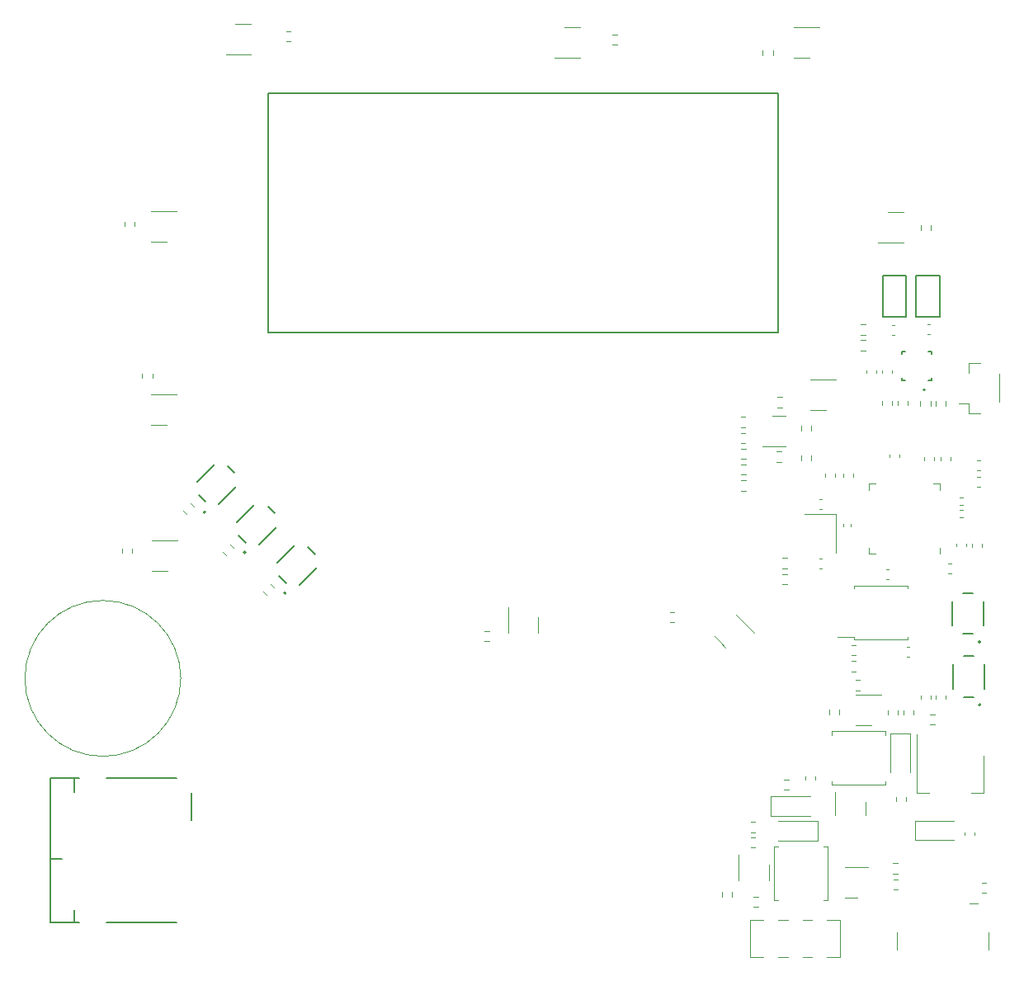
<source format=gbo>
%TF.GenerationSoftware,KiCad,Pcbnew,7.0.7*%
%TF.CreationDate,2023-10-15T16:54:31+01:00*%
%TF.ProjectId,mod-player,6d6f642d-706c-4617-9965-722e6b696361,rev?*%
%TF.SameCoordinates,Original*%
%TF.FileFunction,Legend,Bot*%
%TF.FilePolarity,Positive*%
%FSLAX46Y46*%
G04 Gerber Fmt 4.6, Leading zero omitted, Abs format (unit mm)*
G04 Created by KiCad (PCBNEW 7.0.7) date 2023-10-15 16:54:31*
%MOMM*%
%LPD*%
G01*
G04 APERTURE LIST*
%ADD10C,0.127000*%
%ADD11C,0.120000*%
%ADD12C,0.100000*%
%ADD13C,0.150000*%
%ADD14C,0.200000*%
G04 APERTURE END LIST*
D10*
%TO.C,SW4*%
X367304918Y-96962730D02*
G75*
G03*
X367304918Y-96962730I-50000J0D01*
G01*
X367331366Y-96998085D02*
G75*
G03*
X367331366Y-96998085I-111803J0D01*
G01*
X370295478Y-93002932D02*
X369588371Y-92295825D01*
X368704487Y-96149557D02*
X370472254Y-94381790D01*
X366441746Y-93886816D02*
X368209513Y-92119049D01*
X367325629Y-95972781D02*
X366618522Y-95265674D01*
D11*
%TO.C,U13*%
X354366800Y-94725000D02*
X355166800Y-94725000D01*
X354366800Y-94725000D02*
X353566800Y-94725000D01*
X354366800Y-91605000D02*
X356166800Y-91605000D01*
X354366800Y-91605000D02*
X353566800Y-91605000D01*
D12*
%TO.C,RV1*%
X356540600Y-105763800D02*
G75*
G03*
X356540600Y-105763800I-8000000J0D01*
G01*
D11*
%TO.C,U7*%
X426597800Y-110598600D02*
X427397800Y-110598600D01*
X426597800Y-110598600D02*
X425797800Y-110598600D01*
X426597800Y-107478600D02*
X428397800Y-107478600D01*
X426597800Y-107478600D02*
X425797800Y-107478600D01*
%TO.C,R47*%
X414460458Y-81636300D02*
X413985942Y-81636300D01*
X414460458Y-80591300D02*
X413985942Y-80591300D01*
%TO.C,C14*%
X431321380Y-103511400D02*
X431040220Y-103511400D01*
X431321380Y-102491400D02*
X431040220Y-102491400D01*
%TO.C,R24*%
X418422142Y-116118900D02*
X418896658Y-116118900D01*
X418422142Y-117163900D02*
X418896658Y-117163900D01*
%TO.C,Q3*%
X417917000Y-78807800D02*
X417267000Y-78807800D01*
X417917000Y-78807800D02*
X418567000Y-78807800D01*
X417917000Y-81927800D02*
X416242000Y-81927800D01*
X417917000Y-81927800D02*
X418567000Y-81927800D01*
%TO.C,C17*%
X435042600Y-107553420D02*
X435042600Y-107834580D01*
X434022600Y-107553420D02*
X434022600Y-107834580D01*
%TO.C,R21*%
X428474300Y-77741458D02*
X428474300Y-77266942D01*
X429519300Y-77741458D02*
X429519300Y-77266942D01*
%TO.C,C6*%
X432832400Y-83355180D02*
X432832400Y-83074020D01*
X433852400Y-83355180D02*
X433852400Y-83074020D01*
%TO.C,R13*%
X418765058Y-96095700D02*
X418290542Y-96095700D01*
X418765058Y-95050700D02*
X418290542Y-95050700D01*
%TO.C,R28*%
X424118300Y-108976342D02*
X424118300Y-109450858D01*
X423073300Y-108976342D02*
X423073300Y-109450858D01*
%TO.C,R30*%
X430121900Y-109014542D02*
X430121900Y-109489058D01*
X429076900Y-109014542D02*
X429076900Y-109489058D01*
D13*
%TO.C,J2*%
X348874055Y-116015832D02*
X356124055Y-116015832D01*
X345645910Y-116015832D02*
X346124055Y-116015832D01*
X343145910Y-116015832D02*
X345645910Y-116015832D01*
X345645910Y-117415832D02*
X345645910Y-116015832D01*
X357624055Y-117515832D02*
X357624055Y-120265832D01*
X343145910Y-118815832D02*
X343145910Y-116015832D01*
X344345910Y-124250800D02*
X343145910Y-124250800D01*
X343145910Y-124250800D02*
X343145910Y-118750800D01*
X345645910Y-129500800D02*
X345645910Y-130765832D01*
X343145910Y-129750800D02*
X343145910Y-124250800D01*
X348874055Y-130765832D02*
X356124055Y-130765832D01*
X345634982Y-130765832D02*
X346113127Y-130765832D01*
X343145910Y-130765832D02*
X343145910Y-129750800D01*
X343145910Y-130765832D02*
X345645910Y-130765832D01*
D11*
%TO.C,C8*%
X438705400Y-91969420D02*
X438705400Y-92250580D01*
X437685400Y-91969420D02*
X437685400Y-92250580D01*
%TO.C,R14*%
X418765058Y-94465500D02*
X418290542Y-94465500D01*
X418765058Y-93420500D02*
X418290542Y-93420500D01*
%TO.C,C15*%
X422315980Y-94459200D02*
X422034820Y-94459200D01*
X422315980Y-93439200D02*
X422034820Y-93439200D01*
%TO.C,U11*%
X354290600Y-60922600D02*
X355090600Y-60922600D01*
X354290600Y-60922600D02*
X353490600Y-60922600D01*
X354290600Y-57802600D02*
X356090600Y-57802600D01*
X354290600Y-57802600D02*
X353490600Y-57802600D01*
%TO.C,R1*%
X415008942Y-122090300D02*
X415483458Y-122090300D01*
X415008942Y-123135300D02*
X415483458Y-123135300D01*
%TO.C,C9*%
X429162380Y-95625000D02*
X428881220Y-95625000D01*
X429162380Y-94605000D02*
X428881220Y-94605000D01*
%TO.C,U12*%
X354290600Y-79749000D02*
X355090600Y-79749000D01*
X354290600Y-79749000D02*
X353490600Y-79749000D01*
X354290600Y-76629000D02*
X356090600Y-76629000D01*
X354290600Y-76629000D02*
X353490600Y-76629000D01*
%TO.C,Q1*%
X426772800Y-119122600D02*
X426772800Y-118472600D01*
X426772800Y-119122600D02*
X426772800Y-119772600D01*
X423652800Y-119122600D02*
X423652800Y-117447600D01*
X423652800Y-119122600D02*
X423652800Y-119772600D01*
%TO.C,R33*%
X433445542Y-109473300D02*
X433920058Y-109473300D01*
X433445542Y-110518300D02*
X433920058Y-110518300D01*
%TO.C,U10*%
X362954600Y-38625000D02*
X362154600Y-38625000D01*
X362954600Y-38625000D02*
X363754600Y-38625000D01*
X362954600Y-41745000D02*
X361154600Y-41745000D01*
X362954600Y-41745000D02*
X363754600Y-41745000D01*
%TO.C,C7*%
X434511400Y-83355180D02*
X434511400Y-83074020D01*
X435531400Y-83355180D02*
X435531400Y-83074020D01*
%TO.C,C13*%
X438273020Y-83430000D02*
X438554180Y-83430000D01*
X438273020Y-84450000D02*
X438554180Y-84450000D01*
%TO.C,R22*%
X433990700Y-77766858D02*
X433990700Y-77292342D01*
X435035700Y-77766858D02*
X435035700Y-77292342D01*
%TO.C,U8*%
X420225400Y-42039800D02*
X421025400Y-42039800D01*
X420225400Y-42039800D02*
X419425400Y-42039800D01*
X420225400Y-38919800D02*
X422025400Y-38919800D01*
X420225400Y-38919800D02*
X419425400Y-38919800D01*
D14*
%TO.C,BT1*%
X417804800Y-52508000D02*
X417804800Y-45758000D01*
X417804800Y-63508000D02*
X417804800Y-70258000D01*
X365504800Y-70258000D02*
X417804800Y-70258000D01*
X417804800Y-70258000D02*
X417804800Y-45758000D01*
X417804800Y-45758000D02*
X365504800Y-45758000D01*
X365504800Y-45758000D02*
X365504800Y-70258000D01*
D11*
%TO.C,C5*%
X438259220Y-85103800D02*
X438540380Y-85103800D01*
X438259220Y-86123800D02*
X438540380Y-86123800D01*
%TO.C,R2*%
X415483458Y-121539700D02*
X415008942Y-121539700D01*
X415483458Y-120494700D02*
X415008942Y-120494700D01*
%TO.C,R43*%
X387722342Y-100878900D02*
X388196858Y-100878900D01*
X387722342Y-101923900D02*
X388196858Y-101923900D01*
%TO.C,R3*%
X415313742Y-128144700D02*
X415788258Y-128144700D01*
X415313742Y-129189700D02*
X415788258Y-129189700D01*
%TO.C,D2*%
X431846000Y-120354600D02*
X435856000Y-120354600D01*
X431846000Y-122354600D02*
X431846000Y-120354600D01*
X431846000Y-122354600D02*
X435856000Y-122354600D01*
%TO.C,R35*%
X414514458Y-84855100D02*
X414039942Y-84855100D01*
X414514458Y-83810100D02*
X414039942Y-83810100D01*
%TO.C,R52*%
X426811258Y-72092700D02*
X426336742Y-72092700D01*
X426811258Y-71047700D02*
X426336742Y-71047700D01*
%TO.C,D14*%
X431359800Y-111413600D02*
X431359800Y-115423600D01*
X429359800Y-111413600D02*
X431359800Y-111413600D01*
X429359800Y-111413600D02*
X429359800Y-115423600D01*
%TO.C,Q2*%
X425342200Y-128236800D02*
X425992200Y-128236800D01*
X425342200Y-128236800D02*
X424692200Y-128236800D01*
X425342200Y-125116800D02*
X427017200Y-125116800D01*
X425342200Y-125116800D02*
X424692200Y-125116800D01*
%TO.C,D1*%
X421879200Y-122432800D02*
X417869200Y-122432800D01*
X421879200Y-120432800D02*
X421879200Y-122432800D01*
X421879200Y-120432800D02*
X417869200Y-120432800D01*
%TO.C,R15*%
X364998770Y-96867697D02*
X365334303Y-97203230D01*
X365737697Y-96128770D02*
X366073230Y-96464303D01*
%TO.C,J3*%
X437389000Y-78589400D02*
X437389000Y-77539400D01*
X438539000Y-78589400D02*
X437389000Y-78589400D01*
X437389000Y-77539400D02*
X436399000Y-77539400D01*
X440509000Y-77419400D02*
X440509000Y-74539400D01*
X437389000Y-73369400D02*
X437389000Y-74419400D01*
X438539000Y-73369400D02*
X437389000Y-73369400D01*
%TO.C,U14*%
X393225800Y-100248600D02*
X393225800Y-99448600D01*
X393225800Y-100248600D02*
X393225800Y-101048600D01*
X390105800Y-100248600D02*
X390105800Y-98448600D01*
X390105800Y-100248600D02*
X390105800Y-101048600D01*
%TO.C,R7*%
X438710342Y-126738500D02*
X439184858Y-126738500D01*
X438710342Y-127783500D02*
X439184858Y-127783500D01*
%TO.C,U15*%
X411880713Y-102020087D02*
X412446399Y-102585772D01*
X411880713Y-102020087D02*
X411315028Y-101454401D01*
X414086887Y-99813913D02*
X415359679Y-101086706D01*
X414086887Y-99813913D02*
X413521201Y-99248228D01*
%TO.C,R19*%
X430065300Y-77741458D02*
X430065300Y-77266942D01*
X431110300Y-77741458D02*
X431110300Y-77266942D01*
%TO.C,R11*%
X436775041Y-89203800D02*
X436467759Y-89203800D01*
X436775041Y-88443800D02*
X436467759Y-88443800D01*
%TO.C,R12*%
X436775041Y-87969400D02*
X436467759Y-87969400D01*
X436775041Y-87209400D02*
X436467759Y-87209400D01*
%TO.C,C3*%
X437125400Y-91955620D02*
X437125400Y-92236780D01*
X436105400Y-91955620D02*
X436105400Y-92236780D01*
%TO.C,R25*%
X433504700Y-59293942D02*
X433504700Y-59768458D01*
X432459700Y-59293942D02*
X432459700Y-59768458D01*
%TO.C,R10*%
X425250400Y-89899559D02*
X425250400Y-90206841D01*
X424490400Y-89899559D02*
X424490400Y-90206841D01*
%TO.C,R40*%
X353626300Y-74489542D02*
X353626300Y-74964058D01*
X352581300Y-74489542D02*
X352581300Y-74964058D01*
%TO.C,R5*%
X429613942Y-124724900D02*
X430088458Y-124724900D01*
X429613942Y-125769900D02*
X430088458Y-125769900D01*
%TO.C,R4*%
X412054300Y-128158658D02*
X412054300Y-127684142D01*
X413099300Y-128158658D02*
X413099300Y-127684142D01*
%TO.C,R26*%
X416256900Y-41798058D02*
X416256900Y-41323542D01*
X417301900Y-41798058D02*
X417301900Y-41323542D01*
%TO.C,R6*%
X430125258Y-127416300D02*
X429650742Y-127416300D01*
X430125258Y-126371300D02*
X429650742Y-126371300D01*
%TO.C,R23*%
X432420500Y-77766858D02*
X432420500Y-77292342D01*
X433465500Y-77766858D02*
X433465500Y-77292342D01*
%TO.C,R53*%
X426811258Y-70487900D02*
X426336742Y-70487900D01*
X426811258Y-69442900D02*
X426336742Y-69442900D01*
%TO.C,U9*%
X396705000Y-38919800D02*
X395905000Y-38919800D01*
X396705000Y-38919800D02*
X397505000Y-38919800D01*
X396705000Y-42039800D02*
X394905000Y-42039800D01*
X396705000Y-42039800D02*
X397505000Y-42039800D01*
%TO.C,C18*%
X428509200Y-74437580D02*
X428509200Y-74156420D01*
X429529200Y-74437580D02*
X429529200Y-74156420D01*
%TO.C,R37*%
X367829258Y-40395900D02*
X367354742Y-40395900D01*
X367829258Y-39350900D02*
X367354742Y-39350900D01*
%TO.C,SW7*%
X414973000Y-130540600D02*
X416323000Y-130540600D01*
X414973000Y-134360600D02*
X414973000Y-130540600D01*
X416323000Y-134360600D02*
X414973000Y-134360600D01*
X418823000Y-130540600D02*
X417843000Y-130540600D01*
X418823000Y-134360600D02*
X417843000Y-134360600D01*
X421323000Y-130540600D02*
X420343000Y-130540600D01*
X421323000Y-134360600D02*
X420343000Y-134360600D01*
X424193000Y-130540600D02*
X422843000Y-130540600D01*
X424193000Y-134360600D02*
X422843000Y-134360600D01*
X424193000Y-134360600D02*
X424193000Y-130540600D01*
%TO.C,R17*%
X360883970Y-92772697D02*
X361219503Y-93108230D01*
X361622897Y-92033770D02*
X361958430Y-92369303D01*
%TO.C,R49*%
X421211100Y-82925542D02*
X421211100Y-83400058D01*
X420166100Y-82925542D02*
X420166100Y-83400058D01*
%TO.C,U6*%
X429877400Y-57929000D02*
X429077400Y-57929000D01*
X429877400Y-57929000D02*
X430677400Y-57929000D01*
X429877400Y-61049000D02*
X428077400Y-61049000D01*
X429877400Y-61049000D02*
X430677400Y-61049000D01*
%TO.C,R32*%
X429898900Y-118369458D02*
X429898900Y-117894942D01*
X430943900Y-118369458D02*
X430943900Y-117894942D01*
D10*
%TO.C,SW5*%
X359062218Y-88656930D02*
G75*
G03*
X359062218Y-88656930I-50000J0D01*
G01*
X359088666Y-88692285D02*
G75*
G03*
X359088666Y-88692285I-111803J0D01*
G01*
X362052778Y-84697132D02*
X361345671Y-83990025D01*
X360461787Y-87843757D02*
X362229554Y-86075990D01*
X358199046Y-85581016D02*
X359966813Y-83813249D01*
X359082929Y-87666981D02*
X358375822Y-86959874D01*
%TO.C,SW2*%
X437867200Y-107664303D02*
X436867200Y-107664303D01*
X435767200Y-106814303D02*
X435767200Y-104314303D01*
X438967200Y-106814303D02*
X438967200Y-104314303D01*
X437867200Y-103464303D02*
X436867200Y-103464303D01*
X438629003Y-108464303D02*
G75*
G03*
X438629003Y-108464303I-111803J0D01*
G01*
X438567200Y-108414303D02*
G75*
G03*
X438567200Y-108414303I-50000J0D01*
G01*
D11*
%TO.C,R34*%
X414514458Y-86510700D02*
X414039942Y-86510700D01*
X414514458Y-85465700D02*
X414039942Y-85465700D01*
D10*
%TO.C,SW6*%
X363183568Y-92809830D02*
G75*
G03*
X363183568Y-92809830I-50000J0D01*
G01*
X363210016Y-92845185D02*
G75*
G03*
X363210016Y-92845185I-111803J0D01*
G01*
X366174128Y-88850032D02*
X365467021Y-88142925D01*
X364583137Y-91996657D02*
X366350904Y-90228890D01*
X362320396Y-89733916D02*
X364088163Y-87966149D01*
X363204279Y-91819881D02*
X362497172Y-91112774D01*
D11*
%TO.C,R29*%
X425777942Y-105949700D02*
X426252458Y-105949700D01*
X425777942Y-106994700D02*
X426252458Y-106994700D01*
%TO.C,Y1*%
X423796400Y-88897200D02*
X423796400Y-92897200D01*
X420496400Y-88897200D02*
X423796400Y-88897200D01*
%TO.C,U1*%
X427183200Y-92984100D02*
X427833200Y-92984100D01*
X427183200Y-92334100D02*
X427183200Y-92984100D01*
X434403200Y-92334100D02*
X434403200Y-92984100D01*
X427183200Y-86414100D02*
X427183200Y-85764100D01*
X434403200Y-86414100D02*
X434403200Y-85764100D01*
X427183200Y-85764100D02*
X427833200Y-85764100D01*
X434403200Y-85764100D02*
X433753200Y-85764100D01*
%TO.C,R39*%
X351790700Y-58890742D02*
X351790700Y-59365258D01*
X350745700Y-58890742D02*
X350745700Y-59365258D01*
%TO.C,C4*%
X424496000Y-85056980D02*
X424496000Y-84775820D01*
X425516000Y-85056980D02*
X425516000Y-84775820D01*
%TO.C,C16*%
X422030820Y-87331200D02*
X422311980Y-87331200D01*
X422030820Y-88351200D02*
X422311980Y-88351200D01*
%TO.C,C21*%
X433415780Y-70466000D02*
X433134620Y-70466000D01*
X433415780Y-69446000D02*
X433134620Y-69446000D01*
%TO.C,C19*%
X426886200Y-74437580D02*
X426886200Y-74156420D01*
X427906200Y-74437580D02*
X427906200Y-74156420D01*
%TO.C,R45*%
X417745142Y-76901300D02*
X418219658Y-76901300D01*
X417745142Y-77946300D02*
X418219658Y-77946300D01*
%TO.C,C12*%
X429273800Y-83061980D02*
X429273800Y-82780820D01*
X430293800Y-83061980D02*
X430293800Y-82780820D01*
D13*
%TO.C,J5*%
X431981200Y-68635400D02*
X434381200Y-68635400D01*
X434381200Y-68635400D02*
X434381200Y-64435400D01*
X431981200Y-64435400D02*
X431981200Y-68635400D01*
X434381200Y-64435400D02*
X431981200Y-64435400D01*
D11*
%TO.C,R9*%
X425829458Y-103401700D02*
X425354942Y-103401700D01*
X425829458Y-102356700D02*
X425354942Y-102356700D01*
%TO.C,R38*%
X401306458Y-40721500D02*
X400831942Y-40721500D01*
X401306458Y-39676500D02*
X400831942Y-39676500D01*
%TO.C,R8*%
X425829458Y-105031900D02*
X425354942Y-105031900D01*
X425829458Y-103986900D02*
X425354942Y-103986900D01*
%TO.C,C10*%
X435301220Y-94014000D02*
X435582380Y-94014000D01*
X435301220Y-95034000D02*
X435582380Y-95034000D01*
D10*
%TO.C,SW3*%
X437832800Y-101208897D02*
X436832800Y-101208897D01*
X435732800Y-100358897D02*
X435732800Y-97858897D01*
X438932800Y-100358897D02*
X438932800Y-97858897D01*
X437832800Y-97008897D02*
X436832800Y-97008897D01*
X438594603Y-102008897D02*
G75*
G03*
X438594603Y-102008897I-111803J0D01*
G01*
X438532800Y-101958897D02*
G75*
G03*
X438532800Y-101958897I-50000J0D01*
G01*
D11*
%TO.C,U3*%
X432094800Y-111462600D02*
X432094800Y-117472600D01*
X438914800Y-113712600D02*
X438914800Y-117472600D01*
X438914800Y-117472600D02*
X437654800Y-117472600D01*
X432094800Y-117472600D02*
X433354800Y-117472600D01*
D10*
%TO.C,U5*%
X430556000Y-75193400D02*
X430851000Y-75193400D01*
X430556000Y-75193400D02*
X430556000Y-74898400D01*
X433556000Y-75193400D02*
X433261000Y-75193400D01*
X433556000Y-75193400D02*
X433556000Y-74898400D01*
X430556000Y-72193400D02*
X430556000Y-72488400D01*
X430556000Y-72193400D02*
X430851000Y-72193400D01*
X433556000Y-72193400D02*
X433556000Y-72488400D01*
X433556000Y-72193400D02*
X433261000Y-72193400D01*
D14*
X432906000Y-76168400D02*
G75*
G03*
X432906000Y-76168400I-100000J0D01*
G01*
D11*
%TO.C,J1*%
X439384800Y-131800600D02*
X439384800Y-133580600D01*
X437484800Y-128880600D02*
X438284800Y-128880600D01*
X429984800Y-131800600D02*
X429984800Y-133580600D01*
%TO.C,C20*%
X429498420Y-69471400D02*
X429779580Y-69471400D01*
X429498420Y-70491400D02*
X429779580Y-70491400D01*
%TO.C,D3*%
X417108200Y-117856800D02*
X421118200Y-117856800D01*
X417108200Y-119856800D02*
X417108200Y-117856800D01*
X417108200Y-119856800D02*
X421118200Y-119856800D01*
%TO.C,R31*%
X430707100Y-109489058D02*
X430707100Y-109014542D01*
X431752100Y-109489058D02*
X431752100Y-109014542D01*
D13*
%TO.C,J4*%
X428539800Y-68635400D02*
X430939800Y-68635400D01*
X430939800Y-68635400D02*
X430939800Y-64435400D01*
X428539800Y-64435400D02*
X428539800Y-68635400D01*
X430939800Y-64435400D02*
X428539800Y-64435400D01*
D11*
%TO.C,R41*%
X414460458Y-79987500D02*
X413985942Y-79987500D01*
X414460458Y-78942500D02*
X413985942Y-78942500D01*
%TO.C,R50*%
X420168500Y-80345658D02*
X420168500Y-79871142D01*
X421213500Y-80345658D02*
X421213500Y-79871142D01*
%TO.C,C2*%
X438009400Y-121555020D02*
X438009400Y-121836180D01*
X436989400Y-121555020D02*
X436989400Y-121836180D01*
%TO.C,R16*%
X356776570Y-88572897D02*
X357112103Y-88908430D01*
X357515497Y-87833970D02*
X357851030Y-88169503D01*
%TO.C,L2*%
X423354800Y-111173600D02*
X423354800Y-111573600D01*
X423354800Y-111173600D02*
X428874800Y-111173600D01*
X423354800Y-116693600D02*
X423354800Y-116293600D01*
X423354800Y-116693600D02*
X428874800Y-116693600D01*
X428874800Y-111173600D02*
X428874800Y-111573600D01*
X428874800Y-116693600D02*
X428874800Y-116293600D01*
%TO.C,R36*%
X414514458Y-83250300D02*
X414039942Y-83250300D01*
X414514458Y-82205300D02*
X414039942Y-82205300D01*
%TO.C,C1*%
X420602000Y-116121180D02*
X420602000Y-115840020D01*
X421622000Y-116121180D02*
X421622000Y-115840020D01*
%TO.C,R48*%
X418165658Y-83522700D02*
X417691142Y-83522700D01*
X418165658Y-82477700D02*
X417691142Y-82477700D01*
%TO.C,R44*%
X406721542Y-98969300D02*
X407196058Y-98969300D01*
X406721542Y-100014300D02*
X407196058Y-100014300D01*
%TO.C,U16*%
X421924600Y-78225000D02*
X422724600Y-78225000D01*
X421924600Y-78225000D02*
X421124600Y-78225000D01*
X421924600Y-75105000D02*
X423724600Y-75105000D01*
X421924600Y-75105000D02*
X421124600Y-75105000D01*
%TO.C,C11*%
X422667200Y-85068580D02*
X422667200Y-84787420D01*
X423687200Y-85068580D02*
X423687200Y-84787420D01*
%TO.C,U4*%
X425638800Y-96294200D02*
X425638800Y-96554200D01*
X425638800Y-101484200D02*
X423963800Y-101484200D01*
X425638800Y-101744200D02*
X425638800Y-101484200D01*
X428363800Y-96294200D02*
X425638800Y-96294200D01*
X428363800Y-96294200D02*
X431088800Y-96294200D01*
X428363800Y-101744200D02*
X425638800Y-101744200D01*
X428363800Y-101744200D02*
X431088800Y-101744200D01*
X431088800Y-96294200D02*
X431088800Y-96554200D01*
X431088800Y-101744200D02*
X431088800Y-101484200D01*
%TO.C,C22*%
X432451400Y-107830180D02*
X432451400Y-107549020D01*
X433471400Y-107830180D02*
X433471400Y-107549020D01*
%TO.C,L1*%
X417405200Y-128521800D02*
X417805200Y-128521800D01*
X417405200Y-128521800D02*
X417405200Y-123001800D01*
X422925200Y-128521800D02*
X422525200Y-128521800D01*
X422925200Y-128521800D02*
X422925200Y-123001800D01*
X417405200Y-123001800D02*
X417805200Y-123001800D01*
X422925200Y-123001800D02*
X422525200Y-123001800D01*
%TO.C,U2*%
X416895200Y-125661800D02*
X416895200Y-124861800D01*
X416895200Y-125661800D02*
X416895200Y-126461800D01*
X413775200Y-125661800D02*
X413775200Y-123861800D01*
X413775200Y-125661800D02*
X413775200Y-126461800D01*
%TO.C,R42*%
X350514700Y-92421942D02*
X350514700Y-92896458D01*
X351559700Y-92421942D02*
X351559700Y-92896458D01*
%TD*%
M02*

</source>
